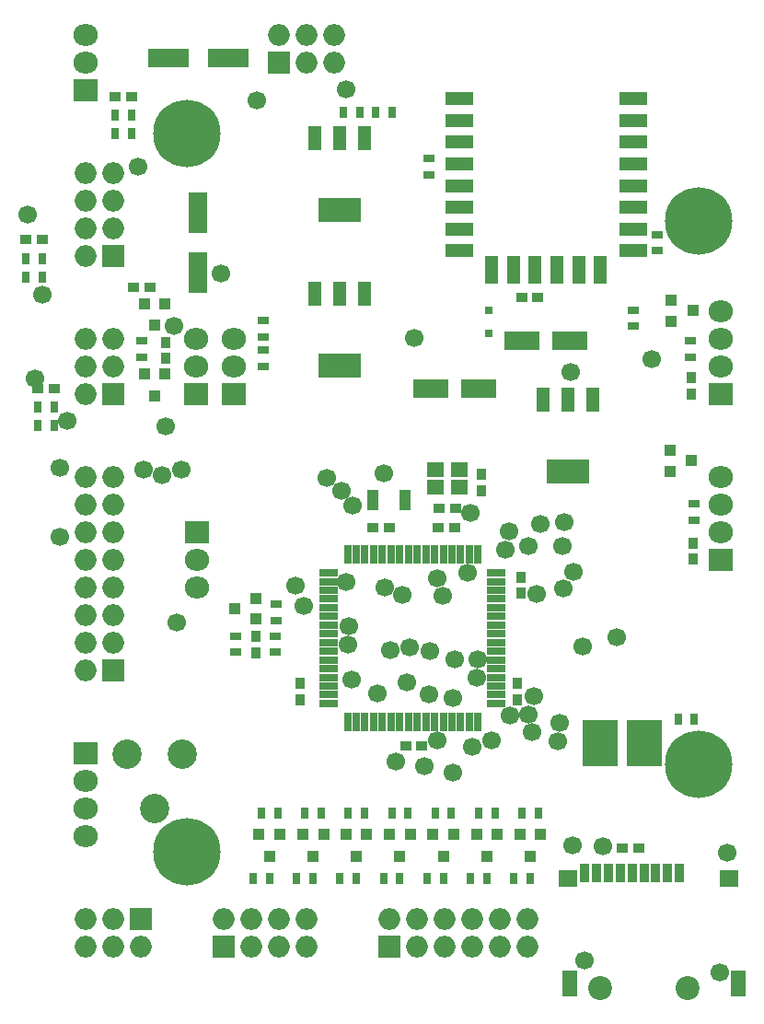
<source format=gbr>
G04 #@! TF.FileFunction,Soldermask,Top*
%FSLAX46Y46*%
G04 Gerber Fmt 4.6, Leading zero omitted, Abs format (unit mm)*
G04 Created by KiCad (PCBNEW 4.0.1-stable) date 18.06.2016 02:57:02*
%MOMM*%
G01*
G04 APERTURE LIST*
%ADD10C,0.100000*%
%ADD11R,1.100000X0.700000*%
%ADD12R,0.700000X1.100000*%
%ADD13R,1.000000X0.950000*%
%ADD14R,0.950000X1.000000*%
%ADD15R,1.600000X1.400000*%
%ADD16R,1.000100X1.000100*%
%ADD17R,3.857600X2.232000*%
%ADD18R,1.216000X2.232000*%
%ADD19R,2.000000X2.000000*%
%ADD20O,2.000000X2.000000*%
%ADD21R,2.232000X2.000000*%
%ADD22O,2.232000X2.000000*%
%ADD23R,1.800000X1.600000*%
%ADD24R,0.900000X1.800000*%
%ADD25R,1.400000X2.400000*%
%ADD26C,2.200000*%
%ADD27R,3.200000X4.200000*%
%ADD28R,1.300000X2.600000*%
%ADD29R,2.600000X1.300000*%
%ADD30R,1.100000X1.900000*%
%ADD31R,1.700000X0.750000*%
%ADD32R,0.750000X1.700000*%
%ADD33R,0.650000X0.790000*%
%ADD34R,3.199740X1.800200*%
%ADD35R,1.800200X3.799180*%
%ADD36R,3.799180X1.800200*%
%ADD37C,6.200000*%
%ADD38C,2.699360*%
%ADD39C,1.700000*%
G04 APERTURE END LIST*
D10*
D11*
X166200000Y-68750000D03*
X166200000Y-67250000D03*
X187250000Y-74250000D03*
X187250000Y-75750000D03*
X185000000Y-81200000D03*
X185000000Y-82700000D03*
D12*
X158350000Y-63000000D03*
X159850000Y-63000000D03*
X161350000Y-63000000D03*
X162850000Y-63000000D03*
X130229776Y-91844556D03*
X131729776Y-91844556D03*
X131729776Y-90144556D03*
X130229776Y-90144556D03*
X129129776Y-78144556D03*
X130629776Y-78144556D03*
X130629776Y-76444556D03*
X129129776Y-76444556D03*
X189150000Y-118800000D03*
X190650000Y-118800000D03*
X137364888Y-64972278D03*
X138864888Y-64972278D03*
X138864888Y-63272278D03*
X137364888Y-63272278D03*
D11*
X190600000Y-100510000D03*
X190600000Y-99010000D03*
X190300000Y-85510000D03*
X190300000Y-84010000D03*
D12*
X168304519Y-127442121D03*
X166804519Y-127442121D03*
X164304519Y-127442121D03*
X162804519Y-127442121D03*
X160304519Y-127442121D03*
X158804519Y-127442121D03*
X156304519Y-127442121D03*
X154804519Y-127442121D03*
X152304519Y-127442121D03*
X150804519Y-127442121D03*
X172304519Y-127442121D03*
X170804519Y-127442121D03*
X176304519Y-127442121D03*
X174804519Y-127442121D03*
X166054519Y-133442121D03*
X167554519Y-133442121D03*
X162054519Y-133442121D03*
X163554519Y-133442121D03*
X158054519Y-133442121D03*
X159554519Y-133442121D03*
X154054519Y-133442121D03*
X155554519Y-133442121D03*
X150054519Y-133442121D03*
X151554519Y-133442121D03*
X170054519Y-133442121D03*
X171554519Y-133442121D03*
X174054519Y-133442121D03*
X175554519Y-133442121D03*
D11*
X152150824Y-108274652D03*
X152150824Y-109774652D03*
X152073102Y-111174652D03*
X152073102Y-112674652D03*
X148450824Y-112674652D03*
X148450824Y-111174652D03*
X139800000Y-84050000D03*
X139800000Y-85550000D03*
X151000000Y-83650000D03*
X151000000Y-82150000D03*
X151000000Y-84850000D03*
X151000000Y-86350000D03*
D13*
X176250000Y-80000000D03*
X174750000Y-80000000D03*
D14*
X154343887Y-117016741D03*
X154343887Y-115516741D03*
D13*
X131729776Y-88444556D03*
X130229776Y-88444556D03*
X167093887Y-101166741D03*
X168593887Y-101166741D03*
D14*
X174700000Y-105750000D03*
X174700000Y-107250000D03*
X174400000Y-115550000D03*
X174400000Y-117050000D03*
X171043887Y-96316741D03*
X171043887Y-97816741D03*
D13*
X130629776Y-74744556D03*
X129129776Y-74744556D03*
X165593887Y-121266741D03*
X164093887Y-121266741D03*
X167193887Y-99466741D03*
X168693887Y-99466741D03*
X161093887Y-101166741D03*
X162593887Y-101166741D03*
X138864888Y-61572278D03*
X137364888Y-61572278D03*
D14*
X190500000Y-104110000D03*
X190500000Y-102610000D03*
X190400000Y-88910000D03*
X190400000Y-87410000D03*
X142000000Y-84150000D03*
X142000000Y-85650000D03*
X150350824Y-112724652D03*
X150350824Y-111224652D03*
D13*
X140550000Y-79100000D03*
X139050000Y-79100000D03*
D15*
X166843887Y-97466741D03*
X169043887Y-97466741D03*
X166843887Y-95866741D03*
X169043887Y-95866741D03*
D16*
X150350824Y-109624652D03*
X150350824Y-107724652D03*
X148351844Y-108674652D03*
D17*
X179000000Y-96052000D03*
D18*
X179000000Y-89448000D03*
X176714000Y-89448000D03*
X181286000Y-89448000D03*
D17*
X158000000Y-86302000D03*
D18*
X158000000Y-79698000D03*
X155714000Y-79698000D03*
X160286000Y-79698000D03*
D17*
X158000000Y-72000000D03*
D18*
X158000000Y-65396000D03*
X155714000Y-65396000D03*
X160286000Y-65396000D03*
D16*
X176504519Y-129441361D03*
X174604519Y-129441361D03*
X175554519Y-131440341D03*
X172504519Y-129441361D03*
X170604519Y-129441361D03*
X171554519Y-131440341D03*
X152504519Y-129441361D03*
X150604519Y-129441361D03*
X151554519Y-131440341D03*
X156554519Y-129442121D03*
X154654519Y-129442121D03*
X155604519Y-131441101D03*
X160504519Y-129441361D03*
X158604519Y-129441361D03*
X159554519Y-131440341D03*
X164504519Y-129441361D03*
X162604519Y-129441361D03*
X163554519Y-131440341D03*
X168504519Y-129441361D03*
X166604519Y-129441361D03*
X167554519Y-131440341D03*
X188499240Y-80310000D03*
X188499240Y-82210000D03*
X190498220Y-81260000D03*
X188399240Y-94110000D03*
X188399240Y-96010000D03*
X190398220Y-95060000D03*
D19*
X137160000Y-88900000D03*
D20*
X134620000Y-88900000D03*
X137160000Y-86360000D03*
X134620000Y-86360000D03*
X137160000Y-83820000D03*
X134620000Y-83820000D03*
D21*
X148294888Y-88900000D03*
D22*
X148294888Y-86360000D03*
X148294888Y-83820000D03*
D21*
X144780000Y-88900000D03*
D22*
X144780000Y-86360000D03*
X144780000Y-83820000D03*
D21*
X144916000Y-101600000D03*
D22*
X144916000Y-104140000D03*
X144916000Y-106680000D03*
D19*
X162560000Y-139700000D03*
D20*
X162560000Y-137160000D03*
X165100000Y-139700000D03*
X165100000Y-137160000D03*
X167640000Y-139700000D03*
X167640000Y-137160000D03*
X170180000Y-139700000D03*
X170180000Y-137160000D03*
X172720000Y-139700000D03*
X172720000Y-137160000D03*
X175260000Y-139700000D03*
X175260000Y-137160000D03*
D19*
X137160000Y-114300000D03*
D20*
X134620000Y-114300000D03*
X137160000Y-111760000D03*
X134620000Y-111760000D03*
X137160000Y-109220000D03*
X134620000Y-109220000D03*
X137160000Y-106680000D03*
X134620000Y-106680000D03*
X137160000Y-104140000D03*
X134620000Y-104140000D03*
X137160000Y-101600000D03*
X134620000Y-101600000D03*
X137160000Y-99060000D03*
X134620000Y-99060000D03*
X137160000Y-96520000D03*
X134620000Y-96520000D03*
D19*
X147320000Y-139700000D03*
D20*
X147320000Y-137160000D03*
X149860000Y-139700000D03*
X149860000Y-137160000D03*
X152400000Y-139700000D03*
X152400000Y-137160000D03*
X154940000Y-139700000D03*
X154940000Y-137160000D03*
D23*
X179000000Y-133500000D03*
D24*
X189300000Y-133000000D03*
X187100000Y-133000000D03*
X186000000Y-133000000D03*
X184900000Y-133000000D03*
X183800000Y-133000000D03*
X182700000Y-133000000D03*
X181600000Y-133000000D03*
D23*
X193800000Y-133500000D03*
D24*
X188200000Y-133000000D03*
X180500000Y-133000000D03*
D25*
X194700000Y-143100000D03*
X179200000Y-143100000D03*
D26*
X182000000Y-143500000D03*
X190000000Y-143500000D03*
D21*
X193040000Y-88900000D03*
D22*
X193040000Y-86360000D03*
X193040000Y-83820000D03*
X193040000Y-81280000D03*
D21*
X193040000Y-104140000D03*
D22*
X193040000Y-101600000D03*
X193040000Y-99060000D03*
X193040000Y-96520000D03*
D19*
X137160000Y-76200000D03*
D20*
X134620000Y-76200000D03*
X137160000Y-73660000D03*
X134620000Y-73660000D03*
X137160000Y-71120000D03*
X134620000Y-71120000D03*
X137160000Y-68580000D03*
X134620000Y-68580000D03*
D27*
X182000000Y-121000000D03*
X186000000Y-121000000D03*
D21*
X134620000Y-121920000D03*
D22*
X134620000Y-124460000D03*
X134620000Y-127000000D03*
X134620000Y-129540000D03*
D19*
X139700000Y-137160000D03*
D20*
X139700000Y-139700000D03*
X137160000Y-137160000D03*
X137160000Y-139700000D03*
X134620000Y-137160000D03*
X134620000Y-139700000D03*
D28*
X171990000Y-77512278D03*
X173990000Y-77512278D03*
X175990000Y-77512278D03*
X177990000Y-77512278D03*
X179990000Y-77512278D03*
X181990000Y-77512278D03*
D29*
X169000000Y-61762278D03*
X169000000Y-63762278D03*
X169000000Y-65762278D03*
X169000000Y-67762278D03*
X169000000Y-69762278D03*
X169000000Y-71762278D03*
X169000000Y-73762278D03*
X169000000Y-75762278D03*
X185000000Y-75762278D03*
X185000000Y-73762278D03*
X185000000Y-71762278D03*
X185000000Y-69762278D03*
X185000000Y-67762278D03*
X185000000Y-65762278D03*
X185000000Y-63762278D03*
X185000000Y-61762278D03*
D19*
X152400000Y-58420000D03*
D20*
X152400000Y-55880000D03*
X154940000Y-58420000D03*
X154940000Y-55880000D03*
X157480000Y-58420000D03*
X157480000Y-55880000D03*
D30*
X163993887Y-98666741D03*
X161093887Y-98666741D03*
D31*
X157043887Y-105366741D03*
X157043887Y-106166741D03*
X157043887Y-106966741D03*
X157043887Y-107766741D03*
X157043887Y-108566741D03*
X157043887Y-109366741D03*
X157043887Y-110166741D03*
X157043887Y-110966741D03*
X157043887Y-111766741D03*
X157043887Y-112566741D03*
X157043887Y-113366741D03*
X157043887Y-114166741D03*
X157043887Y-114966741D03*
X157043887Y-115766741D03*
X157043887Y-116566741D03*
X157043887Y-117366741D03*
D32*
X158743887Y-119066741D03*
X159543887Y-119066741D03*
X160343887Y-119066741D03*
X161143887Y-119066741D03*
X161943887Y-119066741D03*
X162743887Y-119066741D03*
X163543887Y-119066741D03*
X164343887Y-119066741D03*
X165143887Y-119066741D03*
X165943887Y-119066741D03*
X166743887Y-119066741D03*
X167543887Y-119066741D03*
X168343887Y-119066741D03*
X169143887Y-119066741D03*
X169943887Y-119066741D03*
X170743887Y-119066741D03*
D31*
X172443887Y-117366741D03*
X172443887Y-116566741D03*
X172443887Y-115766741D03*
X172443887Y-114966741D03*
X172443887Y-114166741D03*
X172443887Y-113366741D03*
X172443887Y-112566741D03*
X172443887Y-111766741D03*
X172443887Y-110966741D03*
X172443887Y-110166741D03*
X172443887Y-109366741D03*
X172443887Y-108566741D03*
X172443887Y-107766741D03*
X172443887Y-106966741D03*
X172443887Y-106166741D03*
X172443887Y-105366741D03*
D32*
X170743887Y-103666741D03*
X169943887Y-103666741D03*
X169143887Y-103666741D03*
X168343887Y-103666741D03*
X167543887Y-103666741D03*
X166743887Y-103666741D03*
X165943887Y-103666741D03*
X165143887Y-103666741D03*
X164343887Y-103666741D03*
X163543887Y-103666741D03*
X162743887Y-103666741D03*
X161943887Y-103666741D03*
X161143887Y-103666741D03*
X160343887Y-103666741D03*
X159543887Y-103666741D03*
X158743887Y-103666741D03*
D16*
X141950000Y-80600000D03*
X140050000Y-80600000D03*
X141000000Y-82598980D03*
X141944888Y-87071518D03*
X140044888Y-87071518D03*
X140994888Y-89070498D03*
D33*
X171750000Y-83305000D03*
X171750000Y-81195000D03*
D34*
X174800360Y-84000000D03*
X179199640Y-84000000D03*
X170799640Y-88400000D03*
X166400360Y-88400000D03*
D35*
X145000000Y-72249180D03*
X145000000Y-77750820D03*
D36*
X147750820Y-58000000D03*
X142249180Y-58000000D03*
D13*
X184050000Y-130700000D03*
X185550000Y-130700000D03*
D37*
X144000000Y-131000000D03*
X144000000Y-65000000D03*
X191000000Y-73000000D03*
X191000000Y-123000000D03*
D38*
X141000640Y-127039360D03*
X138501280Y-122000000D03*
X143500000Y-122000000D03*
D21*
X134620000Y-60960000D03*
D22*
X134620000Y-58420000D03*
X134620000Y-55880000D03*
D39*
X132300000Y-95700000D03*
X132929804Y-91400000D03*
X132319979Y-102090687D03*
X176100000Y-107300000D03*
X170054529Y-99858376D03*
X129987639Y-87461557D03*
X164900000Y-83800000D03*
X186700000Y-85700000D03*
X162100000Y-96200000D03*
X175900000Y-116700000D03*
X193700000Y-131100000D03*
X193000000Y-142100000D03*
X180500000Y-141000000D03*
X182200000Y-130500000D03*
X179400000Y-130400000D03*
X163200000Y-122700000D03*
X179300000Y-86900000D03*
X147100000Y-77800000D03*
X142800000Y-82700000D03*
X129300000Y-72400000D03*
X158600000Y-60900000D03*
X165819166Y-123101141D03*
X167000006Y-120800000D03*
X143058266Y-109888085D03*
X142000000Y-91900000D03*
X143438741Y-95859953D03*
X130646967Y-79826660D03*
X141635524Y-96388009D03*
X150400000Y-61900000D03*
X139459973Y-67981846D03*
X140006071Y-95903309D03*
X158743905Y-112000000D03*
X159243866Y-99150996D03*
X158897315Y-110275020D03*
X158153283Y-97846899D03*
X162700000Y-112500000D03*
X178250020Y-119180100D03*
X159100000Y-115200000D03*
X173680228Y-118505376D03*
X164200015Y-115399972D03*
X179522245Y-105238793D03*
X166200000Y-116550000D03*
X178700000Y-100700000D03*
X168400000Y-116900000D03*
X168390888Y-123750020D03*
X161513187Y-116486813D03*
X176500000Y-100900000D03*
X170200000Y-121400000D03*
X175375940Y-118384548D03*
X172000000Y-120800000D03*
X175749980Y-120042901D03*
X178566131Y-106796653D03*
X170634500Y-115010914D03*
X170743854Y-113314427D03*
X178525031Y-102900000D03*
X168588257Y-113315928D03*
X178050020Y-120872178D03*
X163796677Y-107398708D03*
X154742120Y-108369698D03*
X162198868Y-106751172D03*
X153993844Y-106513256D03*
X173579620Y-101570892D03*
X169764188Y-105366753D03*
X173285531Y-103254696D03*
X167018900Y-105844026D03*
X175400000Y-102900000D03*
X167524980Y-107466962D03*
X180400000Y-112100000D03*
X166306519Y-112559669D03*
X183500000Y-111300000D03*
X164411946Y-112248795D03*
X156799996Y-96600000D03*
X158624996Y-106231545D03*
M02*

</source>
